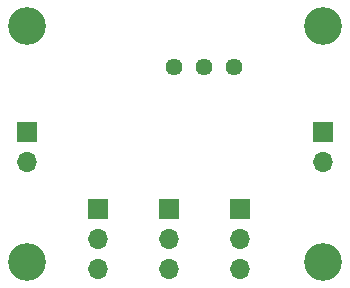
<source format=gbr>
%TF.GenerationSoftware,KiCad,Pcbnew,(5.1.9)-1*%
%TF.CreationDate,2021-12-07T16:03:42+01:00*%
%TF.ProjectId,max8815_00,6d617838-3831-4355-9f30-302e6b696361,rev?*%
%TF.SameCoordinates,Original*%
%TF.FileFunction,Soldermask,Bot*%
%TF.FilePolarity,Negative*%
%FSLAX46Y46*%
G04 Gerber Fmt 4.6, Leading zero omitted, Abs format (unit mm)*
G04 Created by KiCad (PCBNEW (5.1.9)-1) date 2021-12-07 16:03:42*
%MOMM*%
%LPD*%
G01*
G04 APERTURE LIST*
%ADD10C,3.200000*%
%ADD11O,1.700000X1.700000*%
%ADD12R,1.700000X1.700000*%
%ADD13C,1.440000*%
G04 APERTURE END LIST*
D10*
%TO.C,J9*%
X139500000Y-116500000D03*
%TD*%
%TO.C,J8*%
X114500000Y-116500000D03*
%TD*%
%TO.C,J7*%
X139500000Y-96500000D03*
%TD*%
%TO.C,J6*%
X114500000Y-96500000D03*
%TD*%
D11*
%TO.C,J4*%
X126500000Y-117080000D03*
X126500000Y-114540000D03*
D12*
X126500000Y-112000000D03*
%TD*%
D11*
%TO.C,J3*%
X120500000Y-117080000D03*
X120500000Y-114540000D03*
D12*
X120500000Y-112000000D03*
%TD*%
D11*
%TO.C,OUT*%
X139500000Y-108040000D03*
D12*
X139500000Y-105500000D03*
%TD*%
D13*
%TO.C,RV1*%
X126920000Y-100000000D03*
X129460000Y-100000000D03*
X132000000Y-100000000D03*
%TD*%
D11*
%TO.C,J5*%
X132500000Y-117080000D03*
X132500000Y-114540000D03*
D12*
X132500000Y-112000000D03*
%TD*%
D11*
%TO.C,IN*%
X114500000Y-108040000D03*
D12*
X114500000Y-105500000D03*
%TD*%
M02*

</source>
